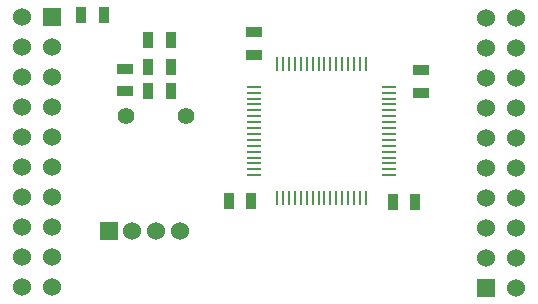
<source format=gts>
G04 (created by PCBNEW (2013-may-18)-stable) date Ср 27 май 2015 10:34:21*
%MOIN*%
G04 Gerber Fmt 3.4, Leading zero omitted, Abs format*
%FSLAX34Y34*%
G01*
G70*
G90*
G04 APERTURE LIST*
%ADD10C,0.00590551*%
%ADD11R,0.035X0.055*%
%ADD12R,0.055X0.035*%
%ADD13R,0.06X0.06*%
%ADD14C,0.06*%
%ADD15R,0.0472X0.01*%
%ADD16R,0.01X0.0472*%
%ADD17C,0.056*%
G04 APERTURE END LIST*
G54D10*
G54D11*
X28012Y-18700D03*
X27262Y-18700D03*
X29506Y-20433D03*
X30256Y-20433D03*
X29506Y-19527D03*
X30256Y-19527D03*
G54D12*
X28740Y-20491D03*
X28740Y-21241D03*
G54D11*
X29506Y-21220D03*
X30256Y-21220D03*
G54D12*
X33031Y-20020D03*
X33031Y-19270D03*
G54D11*
X37656Y-24921D03*
X38406Y-24921D03*
X32184Y-24881D03*
X32934Y-24881D03*
G54D12*
X38582Y-20530D03*
X38582Y-21280D03*
G54D13*
X26287Y-18751D03*
G54D14*
X25287Y-18751D03*
X26287Y-19751D03*
X25287Y-19751D03*
X26287Y-20751D03*
X25287Y-20751D03*
X26287Y-21751D03*
X25287Y-21751D03*
X26287Y-22751D03*
X25287Y-22751D03*
X26287Y-23751D03*
X25287Y-23751D03*
X26287Y-24751D03*
X25287Y-24751D03*
X26287Y-25751D03*
X25287Y-25751D03*
X26287Y-26751D03*
X25287Y-26751D03*
X26287Y-27751D03*
X25287Y-27751D03*
G54D13*
X40759Y-27783D03*
G54D14*
X41759Y-27783D03*
X40759Y-26783D03*
X41759Y-26783D03*
X40759Y-25783D03*
X41759Y-25783D03*
X40759Y-24783D03*
X41759Y-24783D03*
X40759Y-23783D03*
X41759Y-23783D03*
X40759Y-22783D03*
X41759Y-22783D03*
X40759Y-21783D03*
X41759Y-21783D03*
X40759Y-20783D03*
X41759Y-20783D03*
X40759Y-19783D03*
X41759Y-19783D03*
X40759Y-18783D03*
X41759Y-18783D03*
G54D13*
X28188Y-25905D03*
G54D14*
X28976Y-25905D03*
X29763Y-25905D03*
X30551Y-25905D03*
G54D15*
X33031Y-21083D03*
X33031Y-21280D03*
X33031Y-21477D03*
X33031Y-21674D03*
X33031Y-21871D03*
X33031Y-22067D03*
X33031Y-22264D03*
X33031Y-22461D03*
X33031Y-22657D03*
X33031Y-22854D03*
X33031Y-23051D03*
X33031Y-23247D03*
X33031Y-23444D03*
X33031Y-23641D03*
X33031Y-23838D03*
X33031Y-24035D03*
G54D16*
X33799Y-24803D03*
X33996Y-24803D03*
X34193Y-24803D03*
X34390Y-24803D03*
X34587Y-24803D03*
X34783Y-24803D03*
X34980Y-24803D03*
X35177Y-24803D03*
X35373Y-24803D03*
X35570Y-24803D03*
X35767Y-24803D03*
X35963Y-24803D03*
X36160Y-24803D03*
X36357Y-24803D03*
X36554Y-24803D03*
X36751Y-24803D03*
G54D15*
X37519Y-24035D03*
X37519Y-23838D03*
X37519Y-23641D03*
X37519Y-23444D03*
X37519Y-23247D03*
X37519Y-23051D03*
X37519Y-22854D03*
X37519Y-22657D03*
X37519Y-22461D03*
X37519Y-22264D03*
X37519Y-22067D03*
X37519Y-21871D03*
X37519Y-21674D03*
X37519Y-21477D03*
X37519Y-21280D03*
X37519Y-21083D03*
G54D16*
X36751Y-20315D03*
X36554Y-20315D03*
X36357Y-20315D03*
X36160Y-20315D03*
X35963Y-20315D03*
X35767Y-20315D03*
X35570Y-20315D03*
X35373Y-20315D03*
X35177Y-20315D03*
X34980Y-20315D03*
X34783Y-20315D03*
X34587Y-20315D03*
X34390Y-20315D03*
X34193Y-20315D03*
X33996Y-20315D03*
X33799Y-20315D03*
G54D17*
X28763Y-22047D03*
X30763Y-22047D03*
M02*

</source>
